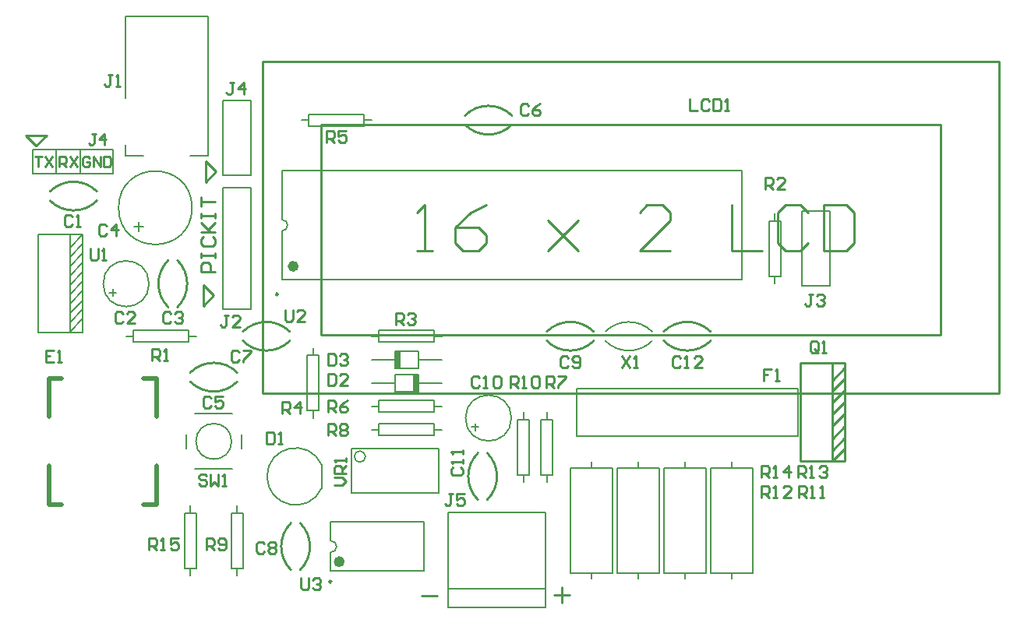
<source format=gto>
G04*
G04 #@! TF.GenerationSoftware,Altium Limited,Altium Designer,20.1.8 (145)*
G04*
G04 Layer_Color=65535*
%FSLAX25Y25*%
%MOIN*%
G70*
G04*
G04 #@! TF.SameCoordinates,DC33A1B7-073B-4291-B7B0-CC2688F11226*
G04*
G04*
G04 #@! TF.FilePolarity,Positive*
G04*
G01*
G75*
%ADD10C,0.02362*%
%ADD11C,0.00787*%
%ADD12C,0.00984*%
%ADD13C,0.01000*%
%ADD14C,0.01968*%
%ADD15C,0.00500*%
%ADD16R,0.02487X0.07200*%
G36*
X31400Y123900D02*
D01*
D02*
G37*
G36*
X27400Y131800D02*
D01*
D02*
G37*
G36*
X35200Y140000D02*
D01*
D02*
G37*
G36*
X186400Y66400D02*
D01*
D02*
G37*
G36*
X182400Y74300D02*
D01*
D02*
G37*
G36*
X190200Y82500D02*
D01*
D02*
G37*
D10*
X117677Y147472D02*
G03*
X117677Y147472I-1181J0D01*
G01*
D02*
G03*
X117677Y147472I-1181J0D01*
G01*
X137343Y21004D02*
G03*
X137343Y21004I-1181J0D01*
G01*
D02*
G03*
X137343Y21004I-1181J0D01*
G01*
D11*
X111575Y162539D02*
G03*
X111575Y167461I0J2461D01*
G01*
Y162539D02*
G03*
X111575Y167461I0J2461D01*
G01*
X270000Y119500D02*
G03*
X250000Y119500I-10000J-10000D01*
G01*
Y115500D02*
G03*
X270000Y115500I10000J10000D01*
G01*
X209800Y82500D02*
G03*
X209800Y82500I-9800J0D01*
G01*
X147362Y66000D02*
G03*
X147362Y66000I-2362J0D01*
G01*
X132500Y25000D02*
G03*
X132500Y30000I0J2500D01*
G01*
Y25000D02*
G03*
X132500Y30000I0J2500D01*
G01*
X128698Y62354D02*
G03*
X128640Y52514I-11198J-4854D01*
G01*
X90116Y72500D02*
G03*
X90116Y72500I-7616J0D01*
G01*
X54800Y140000D02*
G03*
X54800Y140000I-9800J0D01*
G01*
X73197Y172500D02*
G03*
X73197Y172500I-15697J0D01*
G01*
X111575Y141713D02*
X308425D01*
Y188287D01*
X111575D02*
X308425D01*
X111575Y167461D02*
Y188287D01*
Y141713D02*
Y162539D01*
Y141713D02*
X308425D01*
Y188287D01*
X111575D02*
X308425D01*
X111575Y167461D02*
Y188287D01*
Y141713D02*
Y162539D01*
X147000Y210000D02*
X150000D01*
X120000D02*
X123000D01*
X123200Y207511D02*
Y212500D01*
X146811Y207500D02*
Y212500D01*
X123200D02*
X146822D01*
X123189Y207500D02*
X146811D01*
X334000Y139000D02*
X346000D01*
Y171000D01*
X334000D02*
X346000D01*
X334000Y139000D02*
Y171000D01*
X322500Y167000D02*
Y170000D01*
Y140000D02*
Y143000D01*
X320000Y143200D02*
X324989D01*
X320000Y166811D02*
X325000D01*
X320000Y143200D02*
Y166822D01*
X325000Y143189D02*
Y166811D01*
X295000Y15954D02*
Y61229D01*
X313110Y15954D02*
Y61229D01*
X295000D02*
X313110D01*
X295000Y15954D02*
X313110D01*
X304055Y13592D02*
Y15954D01*
Y61229D02*
Y63592D01*
X275000Y15954D02*
Y61229D01*
X293110Y15954D02*
Y61229D01*
X275000D02*
X293110D01*
X275000Y15954D02*
X293110D01*
X284055Y13592D02*
Y15954D01*
Y61229D02*
Y63592D01*
X255000Y15954D02*
Y61229D01*
X273110Y15954D02*
Y61229D01*
X255000D02*
X273110D01*
X255000Y15954D02*
X273110D01*
X264055Y13592D02*
Y15954D01*
Y61229D02*
Y63592D01*
X235000Y15954D02*
Y61229D01*
X253110Y15954D02*
Y61229D01*
X235000D02*
X253110D01*
X235000Y15954D02*
X253110D01*
X244055Y13592D02*
Y15954D01*
Y61229D02*
Y63592D01*
X332244Y74764D02*
Y95236D01*
X237756Y74764D02*
Y95236D01*
X332244D01*
X237756Y74764D02*
X332244D01*
X182700Y42000D02*
X224500D01*
X182700Y32400D02*
Y42000D01*
Y1500D02*
X224500D01*
X182700D02*
Y12400D01*
X224500Y1500D02*
Y42000D01*
X182700Y12400D02*
Y32400D01*
Y9500D02*
X224500D01*
X182700D02*
X224500D01*
X182700Y12400D02*
Y32400D01*
Y1500D02*
Y12400D01*
Y32400D02*
Y42000D01*
X215000Y82000D02*
Y85000D01*
Y55000D02*
Y58000D01*
X212500Y58200D02*
X217489D01*
X212500Y81811D02*
X217500D01*
X212500Y58200D02*
Y81822D01*
X217500Y58189D02*
Y81811D01*
X225000Y82000D02*
Y85000D01*
Y55000D02*
Y58000D01*
X222500Y58200D02*
X227489D01*
X222500Y81811D02*
X227500D01*
X222500Y58200D02*
Y81822D01*
X227500Y58189D02*
Y81811D01*
X192900Y78700D02*
X195900D01*
X194400Y77200D02*
Y80200D01*
X177000Y77500D02*
X180000D01*
X150000D02*
X153000D01*
X153200Y75011D02*
Y80000D01*
X176811Y75000D02*
Y80000D01*
X153200D02*
X176822D01*
X153189Y75000D02*
X176811D01*
X177000Y87500D02*
X180000D01*
X150000D02*
X153000D01*
X153200Y85011D02*
Y90000D01*
X176811Y85000D02*
Y90000D01*
X153200D02*
X176822D01*
X153189Y85000D02*
X176811D01*
X159961Y97500D02*
Y101100D01*
X170039D01*
Y93900D02*
Y101100D01*
X159961Y93900D02*
X170039D01*
X159961D02*
Y97500D01*
X169987Y93900D02*
Y101100D01*
X170039Y97500D02*
X180079D01*
X149921D02*
X159961D01*
X170039Y103900D02*
Y107500D01*
X159961Y103900D02*
X170039D01*
X159961D02*
Y111100D01*
X170039D01*
Y107500D02*
Y111100D01*
X160013Y103900D02*
Y111100D01*
X149921Y107500D02*
X159961D01*
X170039D02*
X180079D01*
X150000Y117500D02*
X153000D01*
X177000D02*
X180000D01*
X176800Y115000D02*
Y119989D01*
X153189Y115000D02*
Y120000D01*
X153178Y115000D02*
X176800D01*
X153189Y120000D02*
X176811D01*
X141240Y69528D02*
X178760D01*
X141240Y50512D02*
X178760D01*
X178760Y50492D02*
Y69508D01*
X141240Y50492D02*
Y69508D01*
X132500Y17067D02*
Y25000D01*
Y17067D02*
X172500D01*
X132500Y30000D02*
Y37933D01*
X172500D01*
Y17067D02*
Y37933D01*
Y17067D02*
Y37933D01*
X132500D02*
X172500D01*
X132500Y30000D02*
Y37933D01*
Y17067D02*
X172500D01*
X132500D02*
Y25000D01*
X128670Y52500D02*
Y62343D01*
X92500Y42000D02*
Y45000D01*
Y15000D02*
Y18000D01*
X90000Y18200D02*
X94989D01*
X90000Y41811D02*
X95000D01*
X90000Y18200D02*
Y41822D01*
X95000Y18189D02*
Y41811D01*
X72500Y15000D02*
Y18000D01*
Y42000D02*
Y45000D01*
X70011Y41800D02*
X75000D01*
X70000Y18189D02*
X75000D01*
Y18178D02*
Y41800D01*
X70000Y18189D02*
Y41811D01*
X74500Y84311D02*
X90500D01*
X74500Y60689D02*
X90500D01*
X94311Y69500D02*
Y75500D01*
X70689Y69500D02*
Y75500D01*
X125000Y109500D02*
Y112500D01*
Y82500D02*
Y85500D01*
X122500Y85700D02*
X127489D01*
X122500Y109311D02*
X127500D01*
X122500Y85700D02*
Y109322D01*
X127500Y85689D02*
Y109311D01*
X86500Y129000D02*
X98500D01*
Y181000D01*
X86500D02*
X98500D01*
X86500Y129000D02*
Y181000D01*
X45000Y117500D02*
X48000D01*
X72000D02*
X75000D01*
X71800Y115000D02*
Y119989D01*
X48189Y115000D02*
Y120000D01*
X48178Y115000D02*
X71800D01*
X48189Y120000D02*
X71811D01*
X37900Y136200D02*
X40900D01*
X39400Y134700D02*
Y137700D01*
X26496Y119000D02*
Y160968D01*
X7496Y119000D02*
X26472D01*
X7496D02*
Y160968D01*
X26472D01*
X26469D02*
X26496D01*
X21000Y155500D02*
X26469Y160968D01*
X26496Y154996D02*
Y155000D01*
X21000Y151500D02*
X26500Y157000D01*
X26496Y152996D02*
Y153000D01*
X21000Y147500D02*
X26496Y152996D01*
X21000Y143500D02*
X26500Y149000D01*
X21000Y139500D02*
X26498Y144998D01*
X21000Y135500D02*
X26500Y141000D01*
X21000Y131500D02*
X26500Y137000D01*
X21000Y127500D02*
X26250Y132750D01*
X21000Y123500D02*
X26498Y128998D01*
X21000Y119500D02*
X26498Y124998D01*
X21000Y119000D02*
Y160968D01*
X86500Y186500D02*
X98500D01*
Y218500D01*
X86500D02*
X98500D01*
X86500Y186500D02*
Y218500D01*
X44783Y254587D02*
X80216D01*
Y194744D02*
Y254587D01*
X72500Y194744D02*
X80216D01*
X44783Y219500D02*
Y254587D01*
Y194744D02*
X52500D01*
X44783D02*
Y199500D01*
X50524Y162500D02*
Y166500D01*
X48524Y164500D02*
X52524D01*
D12*
X109988Y135472D02*
G03*
X109988Y135472I-492J0D01*
G01*
D02*
G03*
X109988Y135472I-492J0D01*
G01*
X132874Y12500D02*
G03*
X132874Y12500I-492J0D01*
G01*
D02*
G03*
X132874Y12500I-492J0D01*
G01*
X79000Y192500D02*
X83500Y188000D01*
X79000Y183500D02*
Y192500D01*
Y183500D02*
X83500Y188000D01*
X6500Y199000D02*
X11000Y203500D01*
X2000D02*
X11000D01*
X2000D02*
X6500Y199000D01*
X78000Y130500D02*
X82500Y135000D01*
X78000Y130500D02*
Y139500D01*
X82500Y135000D01*
X347000Y98500D02*
X352500Y104000D01*
X347000Y94000D02*
X352500Y99500D01*
X347000Y89000D02*
X352500Y94500D01*
X347000Y84000D02*
X352500Y89500D01*
X347000Y79000D02*
X352500Y84500D01*
X347000Y73500D02*
X352500Y79000D01*
X347000Y68500D02*
X352500Y74000D01*
X347000Y64000D02*
X352500Y69500D01*
X347000Y64000D02*
Y106000D01*
X333500Y64000D02*
X352500D01*
X333500D02*
Y106000D01*
X352500D01*
Y64000D02*
Y106000D01*
D13*
X210000Y212000D02*
G03*
X190000Y212000I-10000J-10000D01*
G01*
Y208000D02*
G03*
X210000Y208000I10000J10000D01*
G01*
X275000Y115500D02*
G03*
X295000Y115500I10000J10000D01*
G01*
Y119500D02*
G03*
X275000Y119500I-10000J-10000D01*
G01*
X245000D02*
G03*
X225000Y119500I-10000J-10000D01*
G01*
Y115500D02*
G03*
X245000Y115500I10000J10000D01*
G01*
X195500Y67500D02*
G03*
X195500Y47500I10000J-10000D01*
G01*
X199500D02*
G03*
X199500Y67500I-10000J10000D01*
G01*
X115500Y37500D02*
G03*
X115500Y17500I10000J-10000D01*
G01*
X119500D02*
G03*
X119500Y37500I-10000J10000D01*
G01*
X92500Y102000D02*
G03*
X72500Y102000I-10000J-10000D01*
G01*
Y98000D02*
G03*
X92500Y98000I10000J10000D01*
G01*
X95000Y115500D02*
G03*
X115000Y115500I10000J10000D01*
G01*
Y119500D02*
G03*
X95000Y119500I-10000J-10000D01*
G01*
X63000Y150000D02*
G03*
X63000Y130000I10000J-10000D01*
G01*
X67000D02*
G03*
X67000Y150000I-10000J10000D01*
G01*
X12500Y175500D02*
G03*
X32500Y175500I10000J10000D01*
G01*
Y179500D02*
G03*
X12500Y179500I-10000J-10000D01*
G01*
X103504Y93110D02*
Y229110D01*
Y235110D01*
X418304D01*
X418304Y93110D01*
X103504D02*
X418304D01*
X393504Y118110D02*
Y208110D01*
X128504D02*
X393504D01*
X128504Y118110D02*
Y208110D01*
Y118110D02*
X393504D01*
X171500Y6500D02*
X178165D01*
X228000Y6832D02*
X234665D01*
X231332Y10165D02*
Y3500D01*
X31999Y203999D02*
X30500D01*
X31249D01*
Y200250D01*
X30500Y199500D01*
X29750D01*
X29000Y200250D01*
X35748Y199500D02*
Y203999D01*
X33499Y201749D01*
X36498D01*
X29499Y193749D02*
X28749Y194499D01*
X27250D01*
X26500Y193749D01*
Y190750D01*
X27250Y190000D01*
X28749D01*
X29499Y190750D01*
Y192249D01*
X27999D01*
X30999Y190000D02*
Y194499D01*
X33998Y190000D01*
Y194499D01*
X35497D02*
Y190000D01*
X37746D01*
X38496Y190750D01*
Y193749D01*
X37746Y194499D01*
X35497D01*
X16500Y190000D02*
Y194499D01*
X18749D01*
X19499Y193749D01*
Y192249D01*
X18749Y191499D01*
X16500D01*
X18000D02*
X19499Y190000D01*
X20999Y194499D02*
X23998Y190000D01*
Y194499D02*
X20999Y190000D01*
X6000Y194499D02*
X8999D01*
X7500D01*
Y190000D01*
X10499Y194499D02*
X13498Y190000D01*
Y194499D02*
X10499Y190000D01*
X83000Y145000D02*
X77002D01*
Y147999D01*
X78002Y148999D01*
X80001D01*
X81001Y147999D01*
Y145000D01*
X77002Y150998D02*
Y152997D01*
Y151998D01*
X83000D01*
Y150998D01*
Y152997D01*
X78002Y159995D02*
X77002Y158995D01*
Y156996D01*
X78002Y155996D01*
X82000D01*
X83000Y156996D01*
Y158995D01*
X82000Y159995D01*
X77002Y161995D02*
X83000D01*
X81001D01*
X77002Y165993D01*
X80001Y162994D01*
X83000Y165993D01*
X77002Y167993D02*
Y169992D01*
Y168992D01*
X83000D01*
Y167993D01*
Y169992D01*
X77002Y172991D02*
Y176990D01*
Y174990D01*
X83000D01*
X169504Y154110D02*
X176064D01*
X172784D01*
Y173789D01*
X169504Y170509D01*
X199022Y173789D02*
X192462Y170509D01*
X185903Y163950D01*
Y157390D01*
X189183Y154110D01*
X195742D01*
X199022Y157390D01*
Y160670D01*
X195742Y163950D01*
X185903D01*
X225260Y167229D02*
X238379Y154110D01*
X231820Y160670D01*
X238379Y167229D01*
X225260Y154110D01*
X277737D02*
X264618D01*
X277737Y167229D01*
Y170509D01*
X274457Y173789D01*
X267897D01*
X264618Y170509D01*
X303975Y173789D02*
Y154110D01*
X317094D01*
X336773Y170509D02*
X333493Y173789D01*
X326933D01*
X323654Y170509D01*
Y157390D01*
X326933Y154110D01*
X333493D01*
X336773Y157390D01*
X343332Y173789D02*
Y154110D01*
X353172D01*
X356451Y157390D01*
Y170509D01*
X353172Y173789D01*
X343332D01*
X286169Y218999D02*
Y214001D01*
X289502D01*
X294500Y218166D02*
X293667Y218999D01*
X292001D01*
X291168Y218166D01*
Y214834D01*
X292001Y214001D01*
X293667D01*
X294500Y214834D01*
X296166Y218999D02*
Y214001D01*
X298665D01*
X299498Y214834D01*
Y218166D01*
X298665Y218999D01*
X296166D01*
X301165Y214001D02*
X302831D01*
X301998D01*
Y218999D01*
X301165Y218166D01*
X257168Y108999D02*
X260500Y104001D01*
Y108999D02*
X257168Y104001D01*
X262166D02*
X263832D01*
X262999D01*
Y108999D01*
X262166Y108166D01*
X134001Y53669D02*
X137333D01*
X138999Y55335D01*
X137333Y57001D01*
X134001D01*
X138999Y58667D02*
X134001D01*
Y61166D01*
X134834Y61999D01*
X136500D01*
X137333Y61166D01*
Y58667D01*
Y60333D02*
X138999Y61999D01*
Y63665D02*
Y65331D01*
Y64498D01*
X134001D01*
X134834Y63665D01*
X119835Y13999D02*
Y9834D01*
X120668Y9001D01*
X122334D01*
X123167Y9834D01*
Y13999D01*
X124833Y13166D02*
X125666Y13999D01*
X127332D01*
X128165Y13166D01*
Y12333D01*
X127332Y11500D01*
X126499D01*
X127332D01*
X128165Y10667D01*
Y9834D01*
X127332Y9001D01*
X125666D01*
X124833Y9834D01*
X113035Y128779D02*
Y124614D01*
X113868Y123781D01*
X115534D01*
X116367Y124614D01*
Y128779D01*
X121366Y123781D02*
X118034D01*
X121366Y127113D01*
Y127946D01*
X120533Y128779D01*
X118867D01*
X118034Y127946D01*
X29668Y154999D02*
Y150834D01*
X30501Y150001D01*
X32167D01*
X33000Y150834D01*
Y154999D01*
X34666Y150001D02*
X36332D01*
X35499D01*
Y154999D01*
X34666Y154166D01*
X79501Y57666D02*
X78668Y58499D01*
X77002D01*
X76169Y57666D01*
Y56833D01*
X77002Y56000D01*
X78668D01*
X79501Y55167D01*
Y54334D01*
X78668Y53501D01*
X77002D01*
X76169Y54334D01*
X81167Y58499D02*
Y53501D01*
X82833Y55167D01*
X84499Y53501D01*
Y58499D01*
X86165Y53501D02*
X87831D01*
X86998D01*
Y58499D01*
X86165Y57666D01*
X54752Y26001D02*
Y30999D01*
X57251D01*
X58084Y30166D01*
Y28500D01*
X57251Y27667D01*
X54752D01*
X56418D02*
X58084Y26001D01*
X59750D02*
X61417D01*
X60584D01*
Y30999D01*
X59750Y30166D01*
X67248Y30999D02*
X63916D01*
Y28500D01*
X65582Y29333D01*
X66415D01*
X67248Y28500D01*
Y26834D01*
X66415Y26001D01*
X64749D01*
X63916Y26834D01*
X316752Y57001D02*
Y61999D01*
X319251D01*
X320084Y61166D01*
Y59500D01*
X319251Y58667D01*
X316752D01*
X318418D02*
X320084Y57001D01*
X321750D02*
X323416D01*
X322584D01*
Y61999D01*
X321750Y61166D01*
X328415Y57001D02*
Y61999D01*
X325916Y59500D01*
X329248D01*
X332252Y57001D02*
Y61999D01*
X334751D01*
X335584Y61166D01*
Y59500D01*
X334751Y58667D01*
X332252D01*
X333918D02*
X335584Y57001D01*
X337250D02*
X338916D01*
X338084D01*
Y61999D01*
X337250Y61166D01*
X341416D02*
X342249Y61999D01*
X343915D01*
X344748Y61166D01*
Y60333D01*
X343915Y59500D01*
X343082D01*
X343915D01*
X344748Y58667D01*
Y57834D01*
X343915Y57001D01*
X342249D01*
X341416Y57834D01*
X316752Y48501D02*
Y53499D01*
X319251D01*
X320084Y52666D01*
Y51000D01*
X319251Y50167D01*
X316752D01*
X318418D02*
X320084Y48501D01*
X321750D02*
X323416D01*
X322584D01*
Y53499D01*
X321750Y52666D01*
X329248Y48501D02*
X325916D01*
X329248Y51833D01*
Y52666D01*
X328415Y53499D01*
X326749D01*
X325916Y52666D01*
X332585Y48501D02*
Y53499D01*
X335084D01*
X335917Y52666D01*
Y51000D01*
X335084Y50167D01*
X332585D01*
X334251D02*
X335917Y48501D01*
X337583D02*
X339250D01*
X338417D01*
Y53499D01*
X337583Y52666D01*
X341749Y48501D02*
X343415D01*
X342582D01*
Y53499D01*
X341749Y52666D01*
X209252Y95501D02*
Y100499D01*
X211751D01*
X212584Y99666D01*
Y98000D01*
X211751Y97167D01*
X209252D01*
X210918D02*
X212584Y95501D01*
X214250D02*
X215916D01*
X215084D01*
Y100499D01*
X214250Y99666D01*
X218416D02*
X219249Y100499D01*
X220915D01*
X221748Y99666D01*
Y96334D01*
X220915Y95501D01*
X219249D01*
X218416Y96334D01*
Y99666D01*
X79335Y26001D02*
Y30999D01*
X81834D01*
X82667Y30166D01*
Y28500D01*
X81834Y27667D01*
X79335D01*
X81001D02*
X82667Y26001D01*
X84333Y26834D02*
X85166Y26001D01*
X86832D01*
X87665Y26834D01*
Y30166D01*
X86832Y30999D01*
X85166D01*
X84333Y30166D01*
Y29333D01*
X85166Y28500D01*
X87665D01*
X131335Y75001D02*
Y79999D01*
X133834D01*
X134667Y79166D01*
Y77500D01*
X133834Y76667D01*
X131335D01*
X133001D02*
X134667Y75001D01*
X136333Y79166D02*
X137166Y79999D01*
X138832D01*
X139665Y79166D01*
Y78333D01*
X138832Y77500D01*
X139665Y76667D01*
Y75834D01*
X138832Y75001D01*
X137166D01*
X136333Y75834D01*
Y76667D01*
X137166Y77500D01*
X136333Y78333D01*
Y79166D01*
X137166Y77500D02*
X138832D01*
X224835Y95501D02*
Y100499D01*
X227334D01*
X228167Y99666D01*
Y98000D01*
X227334Y97167D01*
X224835D01*
X226501D02*
X228167Y95501D01*
X229833Y100499D02*
X233165D01*
Y99666D01*
X229833Y96334D01*
Y95501D01*
X131335Y85001D02*
Y89999D01*
X133834D01*
X134667Y89166D01*
Y87500D01*
X133834Y86667D01*
X131335D01*
X133001D02*
X134667Y85001D01*
X139665Y89999D02*
X137999Y89166D01*
X136333Y87500D01*
Y85834D01*
X137166Y85001D01*
X138832D01*
X139665Y85834D01*
Y86667D01*
X138832Y87500D01*
X136333D01*
X130835Y200501D02*
Y205499D01*
X133334D01*
X134167Y204666D01*
Y203000D01*
X133334Y202167D01*
X130835D01*
X132501D02*
X134167Y200501D01*
X139165Y205499D02*
X135833D01*
Y203000D01*
X137499Y203833D01*
X138332D01*
X139165Y203000D01*
Y201334D01*
X138332Y200501D01*
X136666D01*
X135833Y201334D01*
X111835Y84501D02*
Y89499D01*
X114334D01*
X115167Y88666D01*
Y87000D01*
X114334Y86167D01*
X111835D01*
X113501D02*
X115167Y84501D01*
X119332D02*
Y89499D01*
X116833Y87000D01*
X120165D01*
X160335Y122501D02*
Y127499D01*
X162834D01*
X163667Y126666D01*
Y125000D01*
X162834Y124167D01*
X160335D01*
X162001D02*
X163667Y122501D01*
X165333Y126666D02*
X166166Y127499D01*
X167832D01*
X168665Y126666D01*
Y125833D01*
X167832Y125000D01*
X166999D01*
X167832D01*
X168665Y124167D01*
Y123334D01*
X167832Y122501D01*
X166166D01*
X165333Y123334D01*
X318335Y180501D02*
Y185499D01*
X320834D01*
X321667Y184666D01*
Y183000D01*
X320834Y182167D01*
X318335D01*
X320001D02*
X321667Y180501D01*
X326665D02*
X323333D01*
X326665Y183833D01*
Y184666D01*
X325832Y185499D01*
X324166D01*
X323333Y184666D01*
X56168Y107001D02*
Y111999D01*
X58667D01*
X59500Y111166D01*
Y109500D01*
X58667Y108667D01*
X56168D01*
X57834D02*
X59500Y107001D01*
X61166D02*
X62832D01*
X61999D01*
Y111999D01*
X61166Y111166D01*
X341000Y111334D02*
Y114666D01*
X340167Y115499D01*
X338501D01*
X337668Y114666D01*
Y111334D01*
X338501Y110501D01*
X340167D01*
X339334Y112167D02*
X341000Y110501D01*
X340167D02*
X341000Y111334D01*
X342666Y110501D02*
X344332D01*
X343499D01*
Y115499D01*
X342666Y114666D01*
X184667Y49999D02*
X183001D01*
X183834D01*
Y45834D01*
X183001Y45001D01*
X182168D01*
X181335Y45834D01*
X189665Y49999D02*
X186333D01*
Y47500D01*
X187999Y48333D01*
X188832D01*
X189665Y47500D01*
Y45834D01*
X188832Y45001D01*
X187166D01*
X186333Y45834D01*
X91167Y225999D02*
X89501D01*
X90334D01*
Y221834D01*
X89501Y221001D01*
X88668D01*
X87835Y221834D01*
X95332Y221001D02*
Y225999D01*
X92833Y223500D01*
X96165D01*
X338667Y135499D02*
X337001D01*
X337834D01*
Y131334D01*
X337001Y130501D01*
X336168D01*
X335335Y131334D01*
X340333Y134666D02*
X341166Y135499D01*
X342832D01*
X343665Y134666D01*
Y133833D01*
X342832Y133000D01*
X341999D01*
X342832D01*
X343665Y132167D01*
Y131334D01*
X342832Y130501D01*
X341166D01*
X340333Y131334D01*
X88667Y126499D02*
X87001D01*
X87834D01*
Y122334D01*
X87001Y121501D01*
X86168D01*
X85335Y122334D01*
X93665Y121501D02*
X90333D01*
X93665Y124833D01*
Y125666D01*
X92832Y126499D01*
X91166D01*
X90333Y125666D01*
X39000Y229499D02*
X37334D01*
X38167D01*
Y225334D01*
X37334Y224501D01*
X36501D01*
X35668Y225334D01*
X40666Y224501D02*
X42332D01*
X41499D01*
Y229499D01*
X40666Y228666D01*
X321000Y103499D02*
X317668D01*
Y101000D01*
X319334D01*
X317668D01*
Y98501D01*
X322666D02*
X324332D01*
X323499D01*
Y103499D01*
X322666Y102666D01*
X14000Y111499D02*
X10668D01*
Y106501D01*
X14000D01*
X10668Y109000D02*
X12334D01*
X15666Y106501D02*
X17332D01*
X16499D01*
Y111499D01*
X15666Y110666D01*
X131335Y109999D02*
Y105001D01*
X133834D01*
X134667Y105834D01*
Y109166D01*
X133834Y109999D01*
X131335D01*
X136333Y109166D02*
X137166Y109999D01*
X138832D01*
X139665Y109166D01*
Y108333D01*
X138832Y107500D01*
X137999D01*
X138832D01*
X139665Y106667D01*
Y105834D01*
X138832Y105001D01*
X137166D01*
X136333Y105834D01*
X131335Y101499D02*
Y96501D01*
X133834D01*
X134667Y97334D01*
Y100666D01*
X133834Y101499D01*
X131335D01*
X139665Y96501D02*
X136333D01*
X139665Y99833D01*
Y100666D01*
X138832Y101499D01*
X137166D01*
X136333Y100666D01*
X105168Y76499D02*
Y71501D01*
X107667D01*
X108500Y72334D01*
Y75666D01*
X107667Y76499D01*
X105168D01*
X110166Y71501D02*
X111832D01*
X110999D01*
Y76499D01*
X110166Y75666D01*
X282084Y108166D02*
X281251Y108999D01*
X279585D01*
X278752Y108166D01*
Y104834D01*
X279585Y104001D01*
X281251D01*
X282084Y104834D01*
X283750Y104001D02*
X285417D01*
X284583D01*
Y108999D01*
X283750Y108166D01*
X291248Y104001D02*
X287916D01*
X291248Y107333D01*
Y108166D01*
X290415Y108999D01*
X288749D01*
X287916Y108166D01*
X184834Y61417D02*
X184001Y60584D01*
Y58918D01*
X184834Y58085D01*
X188166D01*
X188999Y58918D01*
Y60584D01*
X188166Y61417D01*
X188999Y63083D02*
Y64750D01*
Y63916D01*
X184001D01*
X184834Y63083D01*
X188999Y67249D02*
Y68915D01*
Y68082D01*
X184001D01*
X184834Y67249D01*
X196084Y99666D02*
X195251Y100499D01*
X193585D01*
X192752Y99666D01*
Y96334D01*
X193585Y95501D01*
X195251D01*
X196084Y96334D01*
X197750Y95501D02*
X199416D01*
X198583D01*
Y100499D01*
X197750Y99666D01*
X201916D02*
X202749Y100499D01*
X204415D01*
X205248Y99666D01*
Y96334D01*
X204415Y95501D01*
X202749D01*
X201916Y96334D01*
Y99666D01*
X234167Y108166D02*
X233334Y108999D01*
X231668D01*
X230835Y108166D01*
Y104834D01*
X231668Y104001D01*
X233334D01*
X234167Y104834D01*
X235833D02*
X236666Y104001D01*
X238332D01*
X239165Y104834D01*
Y108166D01*
X238332Y108999D01*
X236666D01*
X235833Y108166D01*
Y107333D01*
X236666Y106500D01*
X239165D01*
X104167Y28666D02*
X103334Y29499D01*
X101668D01*
X100835Y28666D01*
Y25334D01*
X101668Y24501D01*
X103334D01*
X104167Y25334D01*
X105833Y28666D02*
X106666Y29499D01*
X108332D01*
X109165Y28666D01*
Y27833D01*
X108332Y27000D01*
X109165Y26167D01*
Y25334D01*
X108332Y24501D01*
X106666D01*
X105833Y25334D01*
Y26167D01*
X106666Y27000D01*
X105833Y27833D01*
Y28666D01*
X106666Y27000D02*
X108332D01*
X93366Y110655D02*
X92533Y111488D01*
X90867D01*
X90034Y110655D01*
Y107323D01*
X90867Y106490D01*
X92533D01*
X93366Y107323D01*
X95032Y111488D02*
X98364D01*
Y110655D01*
X95032Y107323D01*
Y106490D01*
X217167Y216166D02*
X216334Y216999D01*
X214668D01*
X213835Y216166D01*
Y212834D01*
X214668Y212001D01*
X216334D01*
X217167Y212834D01*
X222165Y216999D02*
X220499Y216166D01*
X218833Y214500D01*
Y212834D01*
X219666Y212001D01*
X221332D01*
X222165Y212834D01*
Y213667D01*
X221332Y214500D01*
X218833D01*
X81310Y90985D02*
X80477Y91818D01*
X78811D01*
X77978Y90985D01*
Y87652D01*
X78811Y86819D01*
X80477D01*
X81310Y87652D01*
X86308Y91818D02*
X82976D01*
Y89319D01*
X84642Y90152D01*
X85475D01*
X86308Y89319D01*
Y87652D01*
X85475Y86819D01*
X83809D01*
X82976Y87652D01*
X36667Y164666D02*
X35834Y165499D01*
X34168D01*
X33335Y164666D01*
Y161334D01*
X34168Y160501D01*
X35834D01*
X36667Y161334D01*
X40832Y160501D02*
Y165499D01*
X38333Y163000D01*
X41665D01*
X64167Y127166D02*
X63334Y127999D01*
X61668D01*
X60835Y127166D01*
Y123834D01*
X61668Y123001D01*
X63334D01*
X64167Y123834D01*
X65833Y127166D02*
X66666Y127999D01*
X68332D01*
X69165Y127166D01*
Y126333D01*
X68332Y125500D01*
X67499D01*
X68332D01*
X69165Y124667D01*
Y123834D01*
X68332Y123001D01*
X66666D01*
X65833Y123834D01*
X43667Y127166D02*
X42834Y127999D01*
X41168D01*
X40335Y127166D01*
Y123834D01*
X41168Y123001D01*
X42834D01*
X43667Y123834D01*
X48665Y123001D02*
X45333D01*
X48665Y126333D01*
Y127166D01*
X47832Y127999D01*
X46166D01*
X45333Y127166D01*
X22000Y168666D02*
X21167Y169499D01*
X19501D01*
X18668Y168666D01*
Y165334D01*
X19501Y164501D01*
X21167D01*
X22000Y165334D01*
X23666Y164501D02*
X25332D01*
X24499D01*
Y169499D01*
X23666Y168666D01*
D14*
X11969Y83000D02*
Y99567D01*
Y45433D02*
Y62000D01*
X58031Y45433D02*
Y62000D01*
X11969Y45433D02*
X17500D01*
X52500D02*
X58031D01*
X11969Y99567D02*
X17500D01*
X52500D02*
X58031D01*
Y83000D02*
Y99567D01*
D15*
X25500Y187000D02*
Y197500D01*
X15000Y187000D02*
Y197500D01*
X5000Y187000D02*
X39500D01*
Y197500D01*
X5000D02*
X39500D01*
X5000Y187000D02*
Y197500D01*
D16*
X168743Y97500D02*
D03*
X161257Y107500D02*
D03*
M02*

</source>
